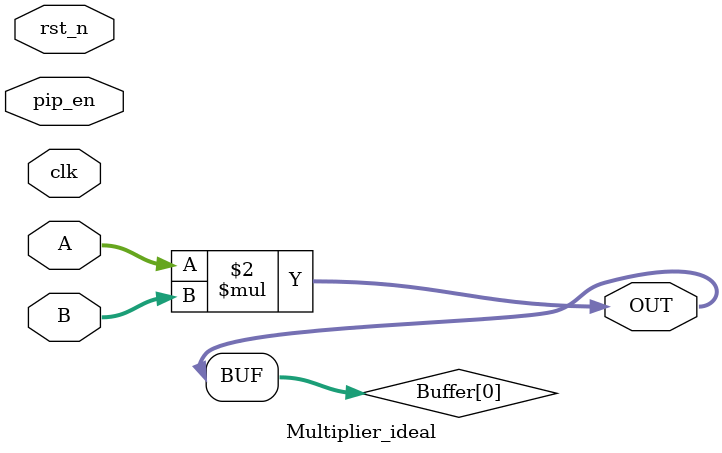
<source format=v>
module Multiplier_ideal #(
	parameter	SIGNED = 0,
	parameter	WIDTH_A = 16,
	parameter	WIDTH_B = 16,
	parameter	WIDTH_MUL = WIDTH_A + WIDTH_B,
	parameter	STAGE = 0
)(
	input	wire					clk,
	input	wire					rst_n,
	input	wire					pip_en,
	input	wire	[WIDTH_A-1:0]	A,
	input	wire	[WIDTH_B-1:0]	B,
	
	output	wire	[WIDTH_MUL-1:0]	OUT
);

	//Internal signals
	wire	signed	[WIDTH_A-1:0]			A_sign;
	wire	signed	[WIDTH_B-1:0]			B_sign;
	reg				[WIDTH_MUL-1:0]			Buffer [0:STAGE];
	reg		signed	[WIDTH_MUL-1:0]			OUT_sign;

	always @(*) begin
		if(SIGNED)
			Buffer[0] = $signed(A) * $signed(B);
		else 
			Buffer[0] = A * B;
	end

	//Stimulate Pipeline
	genvar i;
	generate
		for(i=1; i<STAGE+1; i=i+1) begin
			always @(posedge clk or negedge rst_n) begin
				if(!rst_n) begin
					Buffer[i] <= '0;
				end
				else if(pip_en) begin
					Buffer[i] <= Buffer[i-1];
				end
			end
		end
	endgenerate

	assign OUT = Buffer[STAGE];

endmodule


</source>
